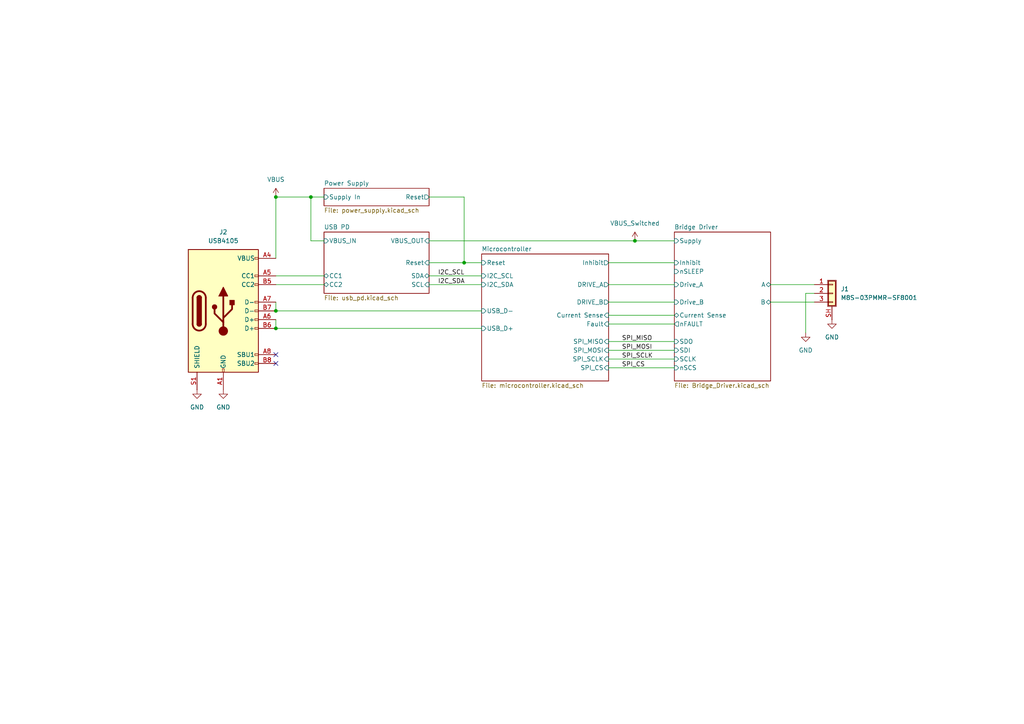
<source format=kicad_sch>
(kicad_sch (version 20231120) (generator "eeschema") (generator_version "8.0")
  (paper "A4")
  (lib_symbols
    (symbol "frank_partdb:M8S-03PMMR-SF8001" (pin_names (offset 1.016) hide) (exclude_from_sim yes)
      (property "Reference" "J" (at 0.254 4.826 0))
      (property "Value" "M8S-03PMMR-SF8001" (at 1.016 -4.826 0))
      (symbol "M8S-03PMMR-SF8001_1_1"
        (rectangle (start -1.27 3.81) (end 1.27 -3.81) (stroke (width 0.1524)))
        (rectangle (start -1.016 -2.413) (end 0.254 -2.667) (stroke (width 0.1524)))
        (rectangle (start -1.016 0.127) (end 0.254 -0.127) (stroke (width 0.1524)))
        (rectangle (start -1.016 2.667) (end 0.254 2.413) (stroke (width 0.1524)))
        (rectangle (start -1.016 3.556) (end 1.016 -3.556) (stroke (width 0.254)) (fill (type background)))
        (pin passive line (at -5.08 2.54 0) (length 4.064) (name "Pin_1") (number "1"))
        (pin passive line (at -5.08 0 0) (length 4.064) (name "Pin_2") (number "2"))
        (pin passive line (at -5.08 -2.54 0) (length 4.064) (name "Pin_3") (number "3"))
        (pin passive line (at 0 -7.62 90) (length 3.81) (name "Shield") (number "SH"))
      )
    )
    (symbol "frank_partdb:USB4105-GF-A" (pin_names (offset 1.016)) (exclude_from_sim yes)
      (property "Reference" "J" (at 0 22.225 0))
      (property "Value" "USB4105" (at 0 19.685 0))
      (symbol "USB4105-GF-A_0_0"
        (rectangle (start -0.254 -17.78) (end 0.254 -16.764))
        (rectangle (start 10.16 -14.986) (end 9.144 -15.494))
        (rectangle (start 10.16 -12.446) (end 9.144 -12.954))
        (rectangle (start 10.16 -4.826) (end 9.144 -5.334))
        (rectangle (start 10.16 -2.286) (end 9.144 -2.794))
        (rectangle (start 10.16 0.254) (end 9.144 -0.254))
        (rectangle (start 10.16 2.794) (end 9.144 2.286))
        (rectangle (start 10.16 7.874) (end 9.144 7.366))
        (rectangle (start 10.16 10.414) (end 9.144 9.906))
        (rectangle (start 10.16 15.494) (end 9.144 14.986))
      )
      (symbol "USB4105-GF-A_0_1"
        (rectangle (start -10.16 17.78) (end 10.16 -17.78) (stroke (width 0.254)) (fill (type background)))
        (arc (start -8.89 -3.81) (mid -6.985 -5.7067) (end -5.08 -3.81) (stroke (width 0.508)))
        (arc (start -7.62 -3.81) (mid -6.985 -4.4423) (end -6.35 -3.81) (stroke (width 0.254)))
        (arc (start -7.62 -3.81) (mid -6.985 -4.4423) (end -6.35 -3.81) (stroke (width 0.254)) (fill (type outline)))
        (rectangle (start -7.62 -3.81) (end -6.35 3.81) (stroke (width 0.254)) (fill (type outline)))
        (arc (start -6.35 3.81) (mid -6.985 4.4423) (end -7.62 3.81) (stroke (width 0.254)))
        (arc (start -6.35 3.81) (mid -6.985 4.4423) (end -7.62 3.81) (stroke (width 0.254)) (fill (type outline)))
        (arc (start -5.08 3.81) (mid -6.985 5.7067) (end -8.89 3.81) (stroke (width 0.508)))
        (circle (center -2.54 1.143) (radius 0.635) (stroke (width 0.254)) (fill (type outline)))
        (circle (center 0 -5.842) (radius 1.27) (fill (type outline)))
        (polyline (pts (xy -8.89 -3.81) (xy -8.89 3.81)) (stroke (width 0.508)))
        (polyline (pts (xy -5.08 3.81) (xy -5.08 -3.81)) (stroke (width 0.508)))
        (polyline (pts (xy 0 -5.842) (xy 0 4.318)) (stroke (width 0.508)))
        (polyline (pts (xy 0 -3.302) (xy -2.54 -0.762) (xy -2.54 0.508)) (stroke (width 0.508)))
        (polyline (pts (xy 0 -2.032) (xy 2.54 0.508) (xy 2.54 1.778)) (stroke (width 0.508)))
        (polyline (pts (xy -1.27 4.318) (xy 0 6.858) (xy 1.27 4.318) (xy -1.27 4.318)) (stroke (width 0.254)) (fill (type outline)))
        (rectangle (start 1.905 1.778) (end 3.175 3.048) (stroke (width 0.254)) (fill (type outline)))
      )
      (symbol "USB4105-GF-A_1_1"
        (pin passive line (at 0 -22.86 90) (length 5.08) (name "GND") (number "A1"))
        (pin passive line (at 0 -22.86 90) (length 5.08) hide (name "GND") (number "A12"))
        (pin passive line (at 15.24 15.24 180) (length 5.08) (name "VBUS") (number "A4"))
        (pin bidirectional line (at 15.24 10.16 180) (length 5.08) (name "CC1") (number "A5"))
        (pin bidirectional line (at 15.24 -2.54 180) (length 5.08) (name "D+") (number "A6"))
        (pin bidirectional line (at 15.24 2.54 180) (length 5.08) (name "D-") (number "A7"))
        (pin bidirectional line (at 15.24 -12.7 180) (length 5.08) (name "SBU1") (number "A8"))
        (pin passive line (at 15.24 15.24 180) (length 5.08) hide (name "VBUS") (number "A9"))
        (pin passive line (at 0 -22.86 90) (length 5.08) hide (name "GND") (number "B1"))
        (pin passive line (at 0 -22.86 90) (length 5.08) hide (name "GND") (number "B12"))
        (pin passive line (at 15.24 15.24 180) (length 5.08) hide (name "VBUS") (number "B4"))
        (pin bidirectional line (at 15.24 7.62 180) (length 5.08) (name "CC2") (number "B5"))
        (pin bidirectional line (at 15.24 -5.08 180) (length 5.08) (name "D+") (number "B6"))
        (pin bidirectional line (at 15.24 0 180) (length 5.08) (name "D-") (number "B7"))
        (pin bidirectional line (at 15.24 -15.24 180) (length 5.08) (name "SBU2") (number "B8"))
        (pin passive line (at 15.24 15.24 180) (length 5.08) hide (name "VBUS") (number "B9"))
        (pin passive line (at -7.62 -22.86 90) (length 5.08) (name "SHIELD") (number "S1"))
      )
    )
    (symbol "power:GND" (power) (pin_numbers hide) (pin_names (offset 0) hide)
      (property "Value" "GND" (at 0 -3.81 0))
      (symbol "GND_0_1"
        (polyline (pts (xy 0 0) (xy 0 -1.27) (xy 1.27 -1.27) (xy 0 -2.54) (xy -1.27 -1.27) (xy 0 -1.27)))
      )
      (symbol "GND_1_1"
        (pin power_in line (at 0 0 270) (length 0) (name "~") (number "1"))
      )
    )
    (symbol "power:VBUS" (power) (pin_numbers hide) (pin_names (offset 0) hide)
      (property "Value" "VBUS" (at 0 3.556 0))
      (symbol "VBUS_0_1"
        (polyline (pts (xy -0.762 1.27) (xy 0 2.54)))
        (polyline (pts (xy 0 0) (xy 0 2.54)))
        (polyline (pts (xy 0 2.54) (xy 0.762 1.27)))
      )
      (symbol "VBUS_1_1"
        (pin power_in line (at 0 0 90) (length 0) (name "~") (number "1"))
      )
    )
  )
  (junction (at 80.01 90.17))
  (junction (at 80.01 95.25))
  (junction (at 134.62 76.2))
  (junction (at 184.15 69.85))
  (junction (at 90.17 57.15))
  (junction (at 80.01 57.15))
  (no_connect (at 80.01 105.41))
  (no_connect (at 80.01 102.87))
  (wire (pts (xy 80.01 90.17) (xy 139.7 90.17)))
  (wire (pts (xy 176.53 101.6) (xy 195.58 101.6)))
  (wire (pts (xy 176.53 106.68) (xy 195.58 106.68)))
  (wire (pts (xy 90.17 69.85) (xy 90.17 57.15)))
  (wire (pts (xy 176.53 104.14) (xy 195.58 104.14)))
  (wire (pts (xy 233.68 85.09) (xy 233.68 96.52)))
  (wire (pts (xy 176.53 93.98) (xy 195.58 93.98)))
  (wire (pts (xy 80.01 57.15) (xy 90.17 57.15)))
  (wire (pts (xy 223.52 82.55) (xy 236.22 82.55)))
  (wire (pts (xy 184.15 69.85) (xy 195.58 69.85)))
  (wire (pts (xy 124.46 76.2) (xy 134.62 76.2)))
  (wire (pts (xy 80.01 82.55) (xy 93.98 82.55)))
  (wire (pts (xy 80.01 95.25) (xy 139.7 95.25)))
  (wire (pts (xy 176.53 76.2) (xy 195.58 76.2)))
  (wire (pts (xy 134.62 76.2) (xy 139.7 76.2)))
  (wire (pts (xy 93.98 57.15) (xy 90.17 57.15)))
  (wire (pts (xy 236.22 85.09) (xy 233.68 85.09)))
  (wire (pts (xy 80.01 87.63) (xy 80.01 90.17)))
  (wire (pts (xy 124.46 80.01) (xy 139.7 80.01)))
  (wire (pts (xy 80.01 80.01) (xy 93.98 80.01)))
  (wire (pts (xy 176.53 99.06) (xy 195.58 99.06)))
  (wire (pts (xy 176.53 91.44) (xy 195.58 91.44)))
  (wire (pts (xy 124.46 82.55) (xy 139.7 82.55)))
  (wire (pts (xy 124.46 69.85) (xy 184.15 69.85)))
  (wire (pts (xy 176.53 82.55) (xy 195.58 82.55)))
  (wire (pts (xy 176.53 87.63) (xy 195.58 87.63)))
  (wire (pts (xy 134.62 57.15) (xy 134.62 76.2)))
  (wire (pts (xy 223.52 87.63) (xy 236.22 87.63)))
  (wire (pts (xy 124.46 57.15) (xy 134.62 57.15)))
  (wire (pts (xy 80.01 57.15) (xy 80.01 74.93)))
  (wire (pts (xy 80.01 92.71) (xy 80.01 95.25)))
  (wire (pts (xy 90.17 69.85) (xy 93.98 69.85)))
  (label "SPI_MOSI" (at 180.34 101.6 0))
  (label "SPI_CS" (at 180.34 106.68 0))
  (label "I2C_SCL" (at 127 80.01 0))
  (label "SPI_SCLK" (at 180.34 104.14 0))
  (label "SPI_MISO" (at 180.34 99.06 0))
  (label "I2C_SDA" (at 127 82.55 0))
  (symbol (lib_id "power:GND") (at 57.15 113.03 0) (unit 1)
    (property "Reference" "#PWR022" (effects (hide yes)))
    (property "Value" "GND" (at 57.15 118.11 0))
    (property "Description" "Power symbol creates a global label with name \"GND\" , ground" (effects (hide yes)))
  )
  (symbol (lib_id "frank_partdb:USB4105-GF-A") (at 64.77 90.17 0) (unit 1) (exclude_from_sim yes)
    (property "Reference" "J2" (at 64.77 67.31 0))
    (property "Value" "USB4105" (at 64.77 69.85 0))
    (property "Footprint" "Connector_USB:USB_C_Receptacle_GCT_USB4105-xx-A_16P_TopMnt_Horizontal" (effects (hide yes)))
    (property "Datasheet" "http://partdb.franks.dascheese.online/en/part/13/info" (effects (hide yes)))
    (property "Description" "USB-C (USB TYPE-C) USB 2.0 Receptacle Connector 24 (16+8 Dummy) Position Surface Mount, Right Angle; Through Hole" (effects (hide yes)))
    (property "Category" "Connectors/USB" (effects (hide yes)))
    (property "MPN" "USB4105-GF-A" (effects (hide yes)))
    (property "Manufacturer" "GCT" (effects (hide yes)))
    (property "Manufacturing Status" "Active" (effects (hide yes)))
    (property "Part-DB ID" "13" (effects (hide yes)))
  )
  (symbol (lib_id "power:GND") (at 64.77 113.03 0) (unit 1)
    (property "Reference" "#PWR023" (effects (hide yes)))
    (property "Value" "GND" (at 64.77 118.11 0))
    (property "Description" "Power symbol creates a global label with name \"GND\" , ground" (effects (hide yes)))
  )
  (symbol (lib_id "power:VBUS") (at 184.15 69.85 0) (unit 1)
    (property "Reference" "#PWR07" (effects (hide yes)))
    (property "Value" "VBUS_Switched" (at 184.15 64.77 0))
    (property "Description" "Power symbol creates a global label with name \"VBUS\"" (effects (hide yes)))
  )
  (symbol (lib_id "power:VBUS") (at 80.01 57.15 0) (unit 1)
    (property "Reference" "#PWR0101" (effects (hide yes)))
    (property "Value" "VBUS" (at 80.01 52.07 0))
    (property "Description" "Power symbol creates a global label with name \"VBUS\"" (effects (hide yes)))
  )
  (symbol (lib_id "power:GND") (at 233.68 96.52 0) (unit 1)
    (property "Reference" "#PWR024" (effects (hide yes)))
    (property "Value" "GND" (at 233.68 101.6 0))
    (property "Description" "Power symbol creates a global label with name \"GND\" , ground" (effects (hide yes)))
  )
  (symbol (lib_id "frank_partdb:M8S-03PMMR-SF8001") (at 241.3 85.09 0) (unit 1) (exclude_from_sim yes)
    (property "Reference" "J1" (at 243.84 83.8199 0) (effects (justify left)))
    (property "Value" "M8S-03PMMR-SF8001" (at 243.84 86.3599 0) (effects (justify left)))
    (property "Footprint" "Connector_Amphenol:Amphenol_M8S-03PMMR-SF8001" (effects (hide yes)))
    (property "Datasheet" "http://partdb.franks.dascheese.online/en/part/78/info" (effects (hide yes)))
    (property "Description" "3 Position Circular Connector Receptacle, Male Pins Solder" (effects (hide yes)))
    (property "Category" "Connectors/M8" (effects (hide yes)))
    (property "MPN" "M8S-03PMMR-SF8001" (effects (hide yes)))
    (property "Manufacturer" "Amphenol LTW" (effects (hide yes)))
    (property "Manufacturing Status" "Active" (effects (hide yes)))
    (property "Part-DB Footprint" "M8S-03PMMR-SF8001" (effects (hide yes)))
    (property "Part-DB ID" "78" (effects (hide yes)))
  )
  (symbol (lib_id "power:GND") (at 241.3 92.71 0) (unit 1)
    (property "Reference" "#PWR08" (effects (hide yes)))
    (property "Value" "GND" (at 241.3 97.79 0))
    (property "Description" "Power symbol creates a global label with name \"GND\" , ground" (effects (hide yes)))
  )
  (sheet (at 93.98 67.31) (size 30.48 17.78) (stroke (width 0.1524))
    (property "Sheetname" "USB PD" (at 93.98 66.5984 0) (effects (justify left bottom)))
    (property "Sheetfile" "usb_pd.kicad_sch" (at 93.98 85.6746 0) (effects (justify left top)))
    (pin "SDA" bidirectional (at 124.46 80.01 0))
    (pin "SCL" input (at 124.46 82.55 0))
    (pin "VBUS_IN" input (at 93.98 69.85 180))
    (pin "Reset" input (at 124.46 76.2 0))
    (pin "CC1" bidirectional (at 93.98 80.01 180))
    (pin "CC2" bidirectional (at 93.98 82.55 180))
    (pin "VBUS_OUT" input (at 124.46 69.85 0))
  )
  (sheet (at 93.98 54.61) (size 30.48 5.08) (stroke (width 0.1524))
    (property "Sheetname" "Power Supply" (at 93.98 53.8984 0) (effects (justify left bottom)))
    (property "Sheetfile" "power_supply.kicad_sch" (at 93.98 60.2746 0) (effects (justify left top)))
    (pin "Reset" output (at 124.46 57.15 0))
    (pin "Supply In" input (at 93.98 57.15 180))
  )
  (sheet (at 139.7 73.66) (size 36.83 36.83) (stroke (width 0.1524))
    (property "Sheetname" "Microcontroller" (at 139.7 72.9484 0) (effects (justify left bottom)))
    (property "Sheetfile" "microcontroller.kicad_sch" (at 139.7 111.0746 0) (effects (justify left top)))
    (pin "SPI_MISO" input (at 176.53 99.06 0))
    (pin "SPI_SCLK" input (at 176.53 104.14 0))
    (pin "I2C_SDA" input (at 139.7 82.55 180))
    (pin "SPI_CS" input (at 176.53 106.68 0))
    (pin "I2C_SCL" input (at 139.7 80.01 180))
    (pin "SPI_MOSI" input (at 176.53 101.6 0))
    (pin "Reset" input (at 139.7 76.2 180))
    (pin "Current Sense" input (at 176.53 91.44 0))
    (pin "Inhibit" output (at 176.53 76.2 0))
    (pin "DRIVE_A" output (at 176.53 82.55 0))
    (pin "DRIVE_B" output (at 176.53 87.63 0))
    (pin "Fault" input (at 176.53 93.98 0))
    (pin "USB_D-" input (at 139.7 90.17 180))
    (pin "USB_D+" input (at 139.7 95.25 180))
  )
  (sheet (at 195.58 67.31) (size 27.94 43.18) (stroke (width 0.1524))
    (property "Sheetname" "Bridge Driver" (at 195.58 66.5984 0) (effects (justify left bottom)))
    (property "Sheetfile" "Bridge_Driver.kicad_sch" (at 195.58 111.0746 0) (effects (justify left top)))
    (pin "SDI" input (at 195.58 101.6 180))
    (pin "SCLK" input (at 195.58 104.14 180))
    (pin "SDO" input (at 195.58 99.06 180))
    (pin "nSCS" input (at 195.58 106.68 180))
    (pin "nSLEEP" input (at 195.58 78.74 180))
    (pin "Drive_A" input (at 195.58 82.55 180))
    (pin "Inhibit" input (at 195.58 76.2 180))
    (pin "Drive_B" input (at 195.58 87.63 180))
    (pin "Current Sense" bidirectional (at 195.58 91.44 180))
    (pin "nFAULT" output (at 195.58 93.98 180))
    (pin "B" tri_state (at 223.52 87.63 0))
    (pin "A" tri_state (at 223.52 82.55 0))
    (pin "Supply" input (at 195.58 69.85 180))
  )
)
</source>
